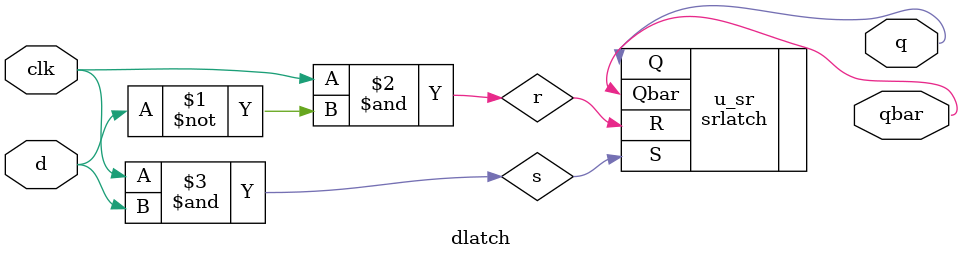
<source format=v>
`timescale 1ns / 1ps

module dlatch(
  input clk,d,
  output q,qbar
  );
  wire r,s;
  assign r = clk & ~d;
  assign s = clk & d;
  
  srlatch u_sr(.R(r),.S(s), .Q(q), .Qbar(qbar));
  
endmodule



</source>
